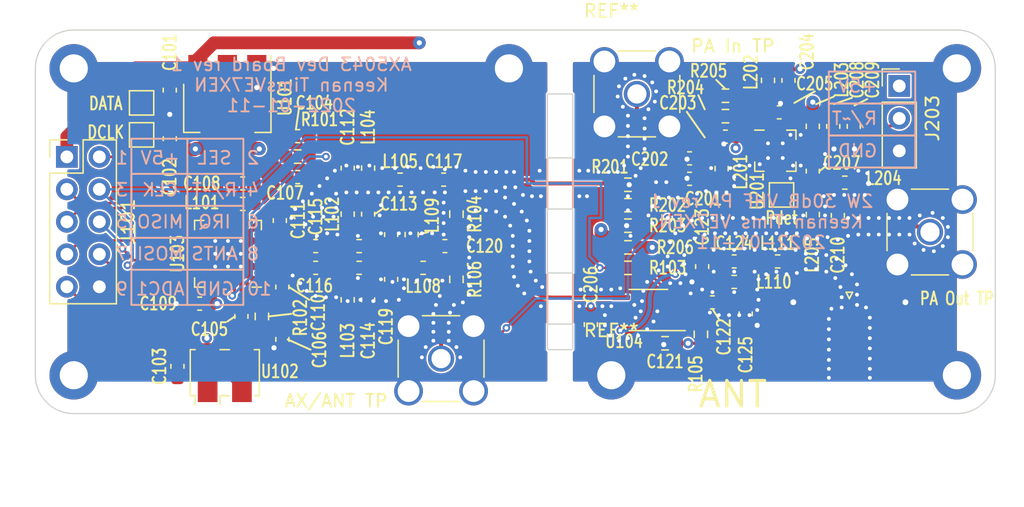
<source format=kicad_pcb>
(kicad_pcb (version 20211014) (generator pcbnew)

  (general
    (thickness 1.5678)
  )

  (paper "A4")
  (layers
    (0 "F.Cu" signal)
    (1 "In1.Cu" signal)
    (2 "In2.Cu" signal)
    (31 "B.Cu" signal)
    (32 "B.Adhes" user "B.Adhesive")
    (33 "F.Adhes" user "F.Adhesive")
    (34 "B.Paste" user)
    (35 "F.Paste" user)
    (36 "B.SilkS" user "B.Silkscreen")
    (37 "F.SilkS" user "F.Silkscreen")
    (38 "B.Mask" user)
    (39 "F.Mask" user)
    (40 "Dwgs.User" user "User.Drawings")
    (41 "Cmts.User" user "User.Comments")
    (42 "Eco1.User" user "User.Eco1")
    (43 "Eco2.User" user "User.Eco2")
    (44 "Edge.Cuts" user)
    (45 "Margin" user)
    (46 "B.CrtYd" user "B.Courtyard")
    (47 "F.CrtYd" user "F.Courtyard")
    (48 "B.Fab" user)
    (49 "F.Fab" user)
    (50 "User.1" user)
    (51 "User.2" user)
    (52 "User.3" user)
    (53 "User.4" user)
    (54 "User.5" user)
    (55 "User.6" user)
    (56 "User.7" user)
    (57 "User.8" user)
    (58 "User.9" user)
  )

  (setup
    (stackup
      (layer "F.SilkS" (type "Top Silk Screen") (color "White"))
      (layer "F.Paste" (type "Top Solder Paste"))
      (layer "F.Mask" (type "Top Solder Mask") (color "Green") (thickness 0.01))
      (layer "F.Cu" (type "copper") (thickness 0.035))
      (layer "dielectric 1" (type "prepreg") (thickness 0.0889) (material "FR4") (epsilon_r 4.05) (loss_tangent 0.02))
      (layer "In1.Cu" (type "copper") (thickness 0.0175))
      (layer "dielectric 2" (type "core") (thickness 1.265) (material "FR4") (epsilon_r 4.05) (loss_tangent 0.02))
      (layer "In2.Cu" (type "copper") (thickness 0.0175))
      (layer "dielectric 3" (type "prepreg") (thickness 0.0889) (material "FR4") (epsilon_r 4.05) (loss_tangent 0.02))
      (layer "B.Cu" (type "copper") (thickness 0.035))
      (layer "B.Mask" (type "Bottom Solder Mask") (color "Green") (thickness 0.01))
      (layer "B.Paste" (type "Bottom Solder Paste"))
      (layer "B.SilkS" (type "Bottom Silk Screen") (color "White"))
      (copper_finish "HAL SnPb")
      (dielectric_constraints yes)
    )
    (pad_to_mask_clearance 0)
    (pcbplotparams
      (layerselection 0x00010fc_ffffffff)
      (disableapertmacros false)
      (usegerberextensions false)
      (usegerberattributes true)
      (usegerberadvancedattributes true)
      (creategerberjobfile true)
      (svguseinch false)
      (svgprecision 6)
      (excludeedgelayer true)
      (plotframeref false)
      (viasonmask false)
      (mode 1)
      (useauxorigin false)
      (hpglpennumber 1)
      (hpglpenspeed 20)
      (hpglpendiameter 15.000000)
      (dxfpolygonmode true)
      (dxfimperialunits true)
      (dxfusepcbnewfont true)
      (psnegative false)
      (psa4output false)
      (plotreference true)
      (plotvalue true)
      (plotinvisibletext false)
      (sketchpadsonfab false)
      (subtractmaskfromsilk false)
      (outputformat 1)
      (mirror false)
      (drillshape 1)
      (scaleselection 1)
      (outputdirectory "")
    )
  )

  (net 0 "")
  (net 1 "+5V")
  (net 2 "GND")
  (net 3 "+3V3")
  (net 4 "/GPADC2")
  (net 5 "VDD")
  (net 6 "/ANTSEL")
  (net 7 "/CLK")
  (net 8 "/MISO")
  (net 9 "/IRQ")
  (net 10 "/MOSI")
  (net 11 "/GPADC1")
  (net 12 "/SEL")
  (net 13 "/PA/RFin")
  (net 14 "/PWRAMP")
  (net 15 "Net-(C105-Pad1)")
  (net 16 "Net-(C105-Pad2)")
  (net 17 "Net-(C106-Pad2)")
  (net 18 "Net-(C107-Pad1)")
  (net 19 "Net-(C108-Pad1)")
  (net 20 "Net-(C108-Pad2)")
  (net 21 "Net-(C110-Pad1)")
  (net 22 "Net-(C111-Pad1)")
  (net 23 "Net-(C115-Pad2)")
  (net 24 "Net-(C116-Pad2)")
  (net 25 "Net-(C118-Pad2)")
  (net 26 "Net-(C119-Pad1)")
  (net 27 "Net-(C201-Pad1)")
  (net 28 "Net-(C205-Pad1)")
  (net 29 "Net-(L203-Pad2)")
  (net 30 "Net-(R104-Pad1)")
  (net 31 "Net-(R204-Pad2)")
  (net 32 "Net-(R205-Pad2)")
  (net 33 "Net-(TP101-Pad1)")
  (net 34 "Net-(TP102-Pad1)")
  (net 35 "unconnected-(U103-Pad13)")
  (net 36 "unconnected-(U103-Pad18)")
  (net 37 "unconnected-(U103-Pad22)")
  (net 38 "unconnected-(U103-Pad24)")
  (net 39 "unconnected-(U104-Pad4)")
  (net 40 "unconnected-(U201-Pad4)")
  (net 41 "unconnected-(U201-Pad5)")
  (net 42 "unconnected-(U102-Pad1)")
  (net 43 "/ANT_N")
  (net 44 "/ANT_P")
  (net 45 "/AX{slash}ANT")
  (net 46 "Net-(C120-Pad1)")
  (net 47 "/ANTP1")
  (net 48 "Net-(C117-Pad1)")
  (net 49 "/PA/PAOUT")
  (net 50 "/ANT")
  (net 51 "Net-(C122-Pad1)")
  (net 52 "Net-(C122-Pad2)")
  (net 53 "Net-(C124-Pad2)")
  (net 54 "Net-(C202-Pad1)")
  (net 55 "/PA/RX{slash}~TX")
  (net 56 "Net-(C207-Pad2)")
  (net 57 "Net-(C207-Pad1)")

  (footprint "Capacitor_SMD:C_0603_1608Metric_Pad1.08x0.95mm_HandSolder" (layer "F.Cu") (at 60.5 54.7 -90))

  (footprint "Capacitor_SMD:C_0603_1608Metric_Pad1.08x0.95mm_HandSolder" (layer "F.Cu") (at 112.7 64.5 90))

  (footprint "Capacitor_SMD:C_0603_1608Metric_Pad1.08x0.95mm_HandSolder" (layer "F.Cu") (at 71.9 68.6))

  (footprint "Capacitor_SMD:C_0603_1608Metric_Pad1.08x0.95mm_HandSolder" (layer "F.Cu") (at 82 66.9 180))

  (footprint "Capacitor_SMD:C_0603_1608Metric_Pad1.08x0.95mm_HandSolder" (layer "F.Cu") (at 70.5 61.5))

  (footprint "MountingHole:MountingHole_2.2mm_M2_ISO14580_Pad_TopBottom" (layer "F.Cu") (at 95 77))

  (footprint "Package_DFN_QFN:QFN-28-1EP_5x5mm_P0.5mm_EP3.35x3.35mm_ThermalVias" (layer "F.Cu") (at 65.05 67.5 180))

  (footprint "Capacitor_SMD:C_0603_1608Metric_Pad1.08x0.95mm_HandSolder" (layer "F.Cu") (at 108.84375 53.9375 -90))

  (footprint "Inductor_SMD:L_0603_1608Metric_Pad1.05x0.95mm_HandSolder" (layer "F.Cu") (at 113.24375 61.9375))

  (footprint "Inductor_SMD:L_0603_1608Metric_Pad1.05x0.95mm_HandSolder" (layer "F.Cu") (at 110.74375 64.4375 -90))

  (footprint "Package_DFN_QFN:QFN-12-1EP_3x3mm_P0.5mm_EP1.65x1.65mm_ThermalVias" (layer "F.Cu") (at 107.81875 59.4375))

  (footprint "Capacitor_SMD:C_0603_1608Metric_Pad1.08x0.95mm_HandSolder" (layer "F.Cu") (at 71.9 66.9))

  (footprint "Inductor_SMD:L_0603_1608Metric_Pad1.05x0.95mm_HandSolder" (layer "F.Cu") (at 79.4 66 90))

  (footprint "Capacitor_SMD:C_0603_1608Metric_Pad1.08x0.95mm_HandSolder" (layer "F.Cu") (at 101.11875 60.0375 180))

  (footprint "Inductor_SMD:L_0603_1608Metric_Pad1.05x0.95mm_HandSolder" (layer "F.Cu") (at 108 68.1))

  (footprint "Connector_PinHeader_2.54mm:PinHeader_1x03_P2.54mm_Vertical" (layer "F.Cu") (at 117.5 54.375))

  (footprint "Capacitor_SMD:C_0603_1608Metric_Pad1.08x0.95mm_HandSolder" (layer "F.Cu") (at 93.4 73.0375 -90))

  (footprint "Inductor_SMD:L_0603_1608Metric_Pad1.05x0.95mm_HandSolder" (layer "F.Cu") (at 75.3 66.9))

  (footprint "Connector_PinHeader_2.54mm:PinHeader_2x05_P2.54mm_Vertical" (layer "F.Cu") (at 52.46 59.92))

  (footprint "Oscillator:Oscillator_SMD_TXC_7C-4Pin_5.0x3.2mm_HandSoldering" (layer "F.Cu") (at 64.8 76.8))

  (footprint "Capacitor_SMD:C_0603_1608Metric_Pad1.08x0.95mm_HandSolder" (layer "F.Cu") (at 69.3 74.2 90))

  (footprint "Capacitor_SMD:C_0603_1608Metric_Pad1.08x0.95mm_HandSolder" (layer "F.Cu") (at 77.8 69.5 -90))

  (footprint "Capacitor_SMD:C_0603_1608Metric_Pad1.08x0.95mm_HandSolder" (layer "F.Cu") (at 113.94375 57.5375 -90))

  (footprint "Inductor_SMD:L_0603_1608Metric_Pad1.05x0.95mm_HandSolder" (layer "F.Cu") (at 74.4 71.1 -90))

  (footprint "Resistor_SMD:R_0603_1608Metric_Pad0.98x0.95mm_HandSolder" (layer "F.Cu") (at 96.3 65.3 180))

  (footprint "TestPoint:TestPoint_Pad_1.5x1.5mm" (layer "F.Cu") (at 108.3 62.9))

  (footprint "Capacitor_SMD:C_0603_1608Metric_Pad1.08x0.95mm_HandSolder" (layer "F.Cu") (at 102.1 68.5 -90))

  (footprint "Resistor_SMD:R_0603_1608Metric_Pad0.98x0.95mm_HandSolder" (layer "F.Cu") (at 67.7 72.4 90))

  (footprint "Resistor_SMD:R_0603_1608Metric_Pad0.98x0.95mm_HandSolder" (layer "F.Cu") (at 99.2 74.5 180))

  (footprint "TestPoint:TestPoint_Pad_1.5x1.5mm" (layer "F.Cu") (at 58.3 58.2))

  (footprint "Resistor_SMD:R_0603_1608Metric_Pad0.98x0.95mm_HandSolder" (layer "F.Cu") (at 82.9 64.4 -90))

  (footprint "Resistor_SMD:R_0603_1608Metric_Pad0.98x0.95mm_HandSolder" (layer "F.Cu") (at 96.3 63.7))

  (footprint "Capacitor_SMD:C_0603_1608Metric_Pad1.08x0.95mm_HandSolder" (layer "F.Cu") (at 103.91875 58.3375))

  (footprint "Resistor_SMD:R_0603_1608Metric_Pad0.98x0.95mm_HandSolder" (layer "F.Cu") (at 96.3 68.6))

  (footprint "Capacitor_SMD:C_0603_1608Metric_Pad1.08x0.95mm_HandSolder" (layer "F.Cu") (at 110.74375 61.0375 -90))

  (footprint "MountingHole:MountingHole_2.2mm_M2_ISO14580_Pad_TopBottom" (layer "F.Cu") (at 53 77))

  (footprint "Inductor_SMD:L_0603_1608Metric_Pad1.05x0.95mm_HandSolder" (layer "F.Cu") (at 110.74375 57.5375 -90))

  (footprint "Inductor_SMD:L_0603_1608Metric_Pad1.05x0.95mm_HandSolder" (layer "F.Cu") (at 107.24375 53.9375 90))

  (footprint "Inductor_SMD:L_0603_1608Metric_Pad1.05x0.95mm_HandSolder" (layer "F.Cu") (at 80.3 68.6 180))

  (footprint "Capacitor_SMD:C_0603_1608Metric_Pad1.08x0.95mm_HandSolder" (layer "F.Cu") (at 77.8 66 -90))

  (footprint "Capacitor_SMD:C_0603_1608Metric_Pad1.08x0.95mm_HandSolder" (layer "F.Cu") (at 76 71.1 -90))

  (footprint "Connector_Coaxial:SMA_Molex_73251-1153_EdgeMount_Horizontal" (layer "F.Cu") (at 113.6 73.01 90))

  (footprint "projlib:MouseBites-5mm" (layer "F.Cu") (at 91 77.5))

  (footprint "MountingHole:MountingHole_2.2mm_M2_ISO14580_Pad_TopBottom" (layer "F.Cu") (at 53 53))

  (footprint "Resistor_SMD:R_0603_1608Metric_Pad0.98x0.95mm_HandSolder" (layer "F.Cu") (at 102 73.8 -90))

  (footprint "MountingHole:MountingHole_2.2mm_M2_ISO14580_Pad_TopBottom" (layer "F.Cu") (at 122 53))

  (footprint "Capacitor_SMD:C_0603_1608Metric_Pad1.08x0.95mm_HandSolder" (layer "F.Cu") (at 69.3 70.1 90))

  (footprint "Resistor_SMD:R_0603_1608Metric_Pad0.98x0.95mm_HandSolder" (layer "F.Cu") (at 96.3 67 180))

  (footprint "Inductor_SMD:L_0603_1608Metric_Pad1.05x0.95mm_HandSolder" (layer "F.Cu") (at 75.3 68.6))

  (footprint "Capacitor_SMD:C_0603_1608Metric_Pad1.08x0.95mm_HandSolder" (layer "F.Cu") (at 69.1 64.9 -90))

  (footprint "Connector_Coaxial:SMA_Amphenol_901-144_Vertical" (layer "F.Cu") (at 81.7 75.7))

  (footprint "Inductor_SMD:L_0603_1608Metric_Pad1.05x0.95mm_HandSolder" (layer "F.Cu") (at 66.2 63.6))

  (footprint "Inductor_SMD:L_0603_1608Metric_Pad1.05x0.95mm_HandSolder" (layer "F.Cu") (at 76 60.8 90))

  (footprint "Connector_Coaxial:SMA_Amphenol_901-144_Vertical" (layer "F.Cu") (at 97 55))

  (footprint "Resistor_SMD:R_0603_1608Metric_Pad0.98x0.95mm_HandSolder" (layer "F.Cu") (at 103.91875 55.1375))

  (footprint "Capacitor_SMD:C_0603_1608Metric_Pad1.08x0.95mm_HandSolder" (layer "F.Cu") (at 112.34375 57.5375 -90))

  (footprint "Inductor_SMD:L_0603_1608Metric_Pad1.05x0.95mm_HandSolder" (layer "F.Cu")
    (tedit 5F68FEF0) (tstamp 96dcddd5-8e46-4ad4-9b37-b084783e4b5a)
    (at 78.5 61.7)
    (descr "Inductor SMD 0603 (1608 Metric), square (rectangular) end terminal, IPC_7351 nominal with elongated pad for handsoldering. (Body size source: http://www.tortai-tech.com/upload/download/2011102023233369053.pdf), generated with kicad-footprint-generator")
    (tags "inductor handsolder")
    (property "Sheetfile" "ax5043.kicad_sch")
    (property "Sheetname" "")
    (path "/e9a352f1-8be0-49c4-9038-6ba1bfe270d7")
    (attr smd)
    (fp_text reference "L105" (at 0 -1.43) (layer "F.SilkS")
     
... [1058773 chars truncated]
</source>
